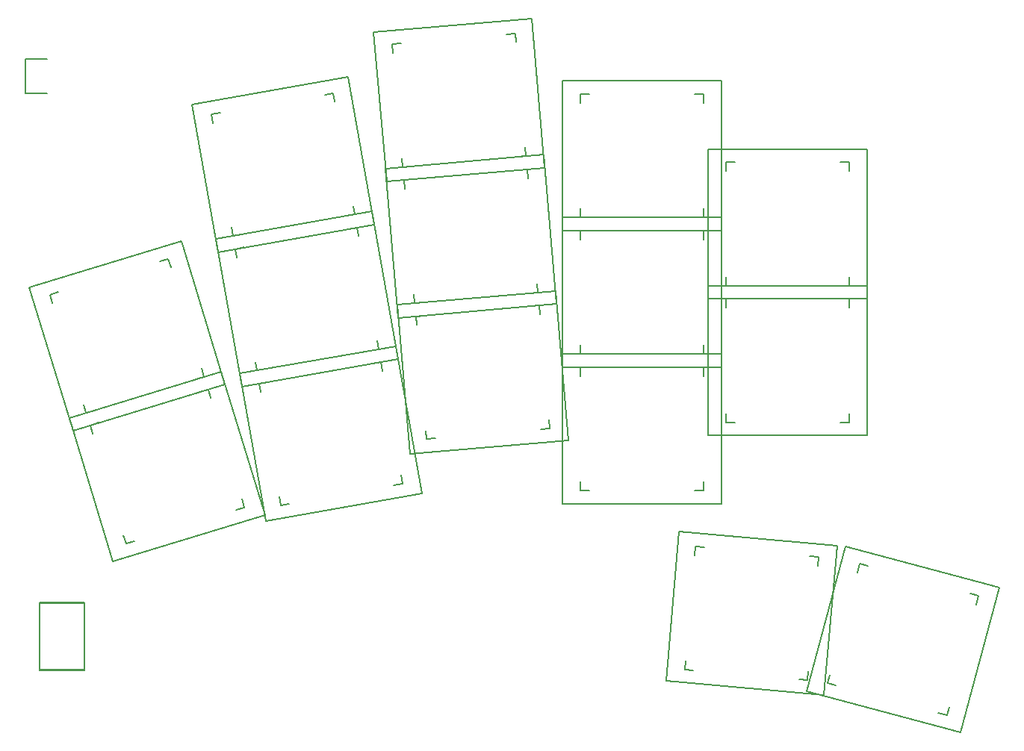
<source format=gbr>
%TF.GenerationSoftware,KiCad,Pcbnew,(6.0.4-0)*%
%TF.CreationDate,2022-06-15T11:08:27+02:00*%
%TF.ProjectId,battoota_min,62617474-6f6f-4746-915f-6d696e2e6b69,v1.0.0*%
%TF.SameCoordinates,Original*%
%TF.FileFunction,OtherDrawing,Comment*%
%FSLAX46Y46*%
G04 Gerber Fmt 4.6, Leading zero omitted, Abs format (unit mm)*
G04 Created by KiCad (PCBNEW (6.0.4-0)) date 2022-06-15 11:08:27*
%MOMM*%
%LPD*%
G01*
G04 APERTURE LIST*
%ADD10C,0.150000*%
G04 APERTURE END LIST*
D10*
%TO.C,T2*%
X191171762Y-62115501D02*
X193671762Y-62115501D01*
X191171762Y-66015501D02*
X191171762Y-62115501D01*
X193671762Y-66015501D02*
X191171762Y-66015501D01*
%TO.C,T1*%
X191171762Y-62115501D02*
X193671762Y-62115501D01*
X193671762Y-66015501D02*
X191171762Y-66015501D01*
X191171762Y-66015501D02*
X191171762Y-62115501D01*
%TO.C,S15*%
X297198293Y-138508911D02*
X279811628Y-133850169D01*
X282131708Y-132918917D02*
X282390527Y-131952992D01*
X282131709Y-132918919D02*
X282390527Y-131952992D01*
X294688744Y-136283565D02*
X295654669Y-136542384D01*
X299278135Y-123019422D02*
X299019317Y-123985349D01*
X279811628Y-133850168D02*
X284211551Y-117429429D01*
X301598216Y-122088172D02*
X297198293Y-138508911D01*
X284211551Y-117429429D02*
X301598216Y-122088172D01*
X294688744Y-136283565D02*
X295654669Y-136542384D01*
X285496355Y-120361882D02*
X285755175Y-119395956D01*
X299278136Y-123019423D02*
X298312210Y-122760603D01*
X301598215Y-122088172D02*
X297198293Y-138508911D01*
X282131708Y-132918917D02*
X283097634Y-133177737D01*
X299278136Y-123019423D02*
X299019317Y-123985348D01*
X295913488Y-135576459D02*
X295654669Y-136542384D01*
X295913489Y-135576458D02*
X295654669Y-136542384D01*
X286721100Y-119654775D02*
X285755175Y-119395956D01*
X284211551Y-117429430D02*
X301598215Y-122088172D01*
X299278135Y-123019422D02*
X298312210Y-122760604D01*
X286721100Y-119654777D02*
X285755174Y-119395957D01*
X285496355Y-120361883D02*
X285755174Y-119395957D01*
X297198293Y-138508911D02*
X279811628Y-133850168D01*
X279811628Y-133850169D02*
X284211551Y-117429430D01*
X282131709Y-132918919D02*
X283097633Y-133177737D01*
%TO.C,S3*%
X218433613Y-114553830D02*
X215481593Y-97812099D01*
X215481593Y-97812098D02*
X233208132Y-94686431D01*
X231498988Y-96510939D02*
X230514181Y-96684588D01*
X220142755Y-112729322D02*
X221127563Y-112555673D01*
X233208131Y-94686431D02*
X236160151Y-111428162D01*
X232945256Y-110471895D02*
X233930064Y-110298247D01*
X232945256Y-110471895D02*
X233930064Y-110298247D01*
X218696489Y-98768367D02*
X217711681Y-98942014D01*
X217885329Y-99926821D02*
X217711680Y-98942013D01*
X233756415Y-109313439D02*
X233930064Y-110298247D01*
X236160151Y-111428162D02*
X218433613Y-114553830D01*
X233208132Y-94686431D02*
X236160151Y-111428162D01*
X215481593Y-97812099D02*
X233208131Y-94686431D01*
X231498989Y-96510938D02*
X230514181Y-96684587D01*
X218696488Y-98768365D02*
X217711680Y-98942013D01*
X231498988Y-96510939D02*
X231672637Y-97495747D01*
X218433612Y-114553829D02*
X215481593Y-97812098D01*
X220142756Y-112729322D02*
X221127563Y-112555674D01*
X233756416Y-109313440D02*
X233930064Y-110298247D01*
X220142756Y-112729322D02*
X219969107Y-111744514D01*
X220142755Y-112729322D02*
X219969107Y-111744514D01*
X217885329Y-99926822D02*
X217711681Y-98942014D01*
X231498989Y-96510938D02*
X231672637Y-97495746D01*
X236160151Y-111428162D02*
X218433612Y-114553829D01*
%TO.C,S14*%
X281755903Y-134242121D02*
X263824399Y-132673317D01*
X265306047Y-115738007D02*
X283237551Y-117306811D01*
X265947523Y-131353338D02*
X266943717Y-131440493D01*
X267080547Y-118402806D02*
X267167702Y-117406611D01*
X263824399Y-132673317D02*
X265306047Y-115738007D01*
X283237551Y-117306811D02*
X281755903Y-134242121D01*
X265306046Y-115738008D02*
X283237550Y-117306811D01*
X281114428Y-118626791D02*
X281027272Y-119622986D01*
X278898053Y-132486361D02*
X279894248Y-132573517D01*
X265947523Y-131353338D02*
X266034678Y-130357142D01*
X268163897Y-117493769D02*
X267167702Y-117406612D01*
X278898053Y-132486361D02*
X279894248Y-132573517D01*
X283237550Y-117306811D02*
X281755903Y-134242121D01*
X268163897Y-117493767D02*
X267167702Y-117406611D01*
X281114428Y-118626791D02*
X280118233Y-118539636D01*
X279981403Y-131577322D02*
X279894248Y-132573517D01*
X281114427Y-118626791D02*
X280118233Y-118539637D01*
X265947522Y-131353337D02*
X266034678Y-130357142D01*
X267080546Y-118402807D02*
X267167702Y-117406612D01*
X281755903Y-134242121D02*
X263824400Y-132673318D01*
X281114427Y-118626791D02*
X281027272Y-119622987D01*
X265947522Y-131353337D02*
X266943717Y-131440492D01*
X263824400Y-132673318D02*
X265306046Y-115738008D01*
X279981403Y-131577323D02*
X279894248Y-132573517D01*
%TO.C,S1*%
X213397775Y-97579936D02*
X218368094Y-113837117D01*
X211923722Y-99599137D02*
X212216095Y-100555442D01*
X211923723Y-99599137D02*
X210967419Y-99891508D01*
X211923723Y-99599137D02*
X212216095Y-100555442D01*
X218368094Y-113837117D02*
X201154610Y-119099808D01*
X215724556Y-112031100D02*
X216016927Y-112987403D01*
X211923722Y-99599137D02*
X210967419Y-99891509D01*
X199491762Y-103399971D02*
X198535457Y-103692342D01*
X215060622Y-113279775D02*
X216016927Y-112987403D01*
X202628662Y-117080608D02*
X203584966Y-116788236D01*
X199491762Y-103399969D02*
X198535457Y-103692341D01*
X201154610Y-119099808D02*
X196184290Y-102842628D01*
X213397774Y-97579937D02*
X218368094Y-113837117D01*
X215060622Y-113279775D02*
X216016927Y-112987403D01*
X202628661Y-117080607D02*
X203584965Y-116788236D01*
X198827829Y-104648646D02*
X198535457Y-103692342D01*
X215724556Y-112031099D02*
X216016927Y-112987403D01*
X198827828Y-104648645D02*
X198535457Y-103692341D01*
X196184290Y-102842628D02*
X213397774Y-97579937D01*
X196184290Y-102842627D02*
X213397775Y-97579936D01*
X202628662Y-117080608D02*
X202336289Y-116124302D01*
X218368094Y-113837117D02*
X201154609Y-119099808D01*
X202628661Y-117080607D02*
X202336289Y-116124302D01*
X201154609Y-119099808D02*
X196184290Y-102842627D01*
%TO.C,S6*%
X233367485Y-89990809D02*
X251298989Y-88422005D01*
X249661319Y-104124490D02*
X250657514Y-104037335D01*
X234849134Y-106926120D02*
X233367485Y-89990810D01*
X236710789Y-105257516D02*
X236623633Y-104261320D01*
X251298988Y-88422005D02*
X252780637Y-105357315D01*
X250570358Y-103041140D02*
X250657514Y-104037335D01*
X251298989Y-88422005D02*
X252780637Y-105357315D01*
X250570358Y-103041141D02*
X250657514Y-104037335D01*
X249437333Y-90090609D02*
X249524490Y-91086805D01*
X249437334Y-90090609D02*
X249524489Y-91086804D01*
X234849133Y-106926119D02*
X233367485Y-89990809D01*
X249437334Y-90090609D02*
X248441139Y-90177765D01*
X249437333Y-90090609D02*
X248441139Y-90177766D01*
X252780637Y-105357315D02*
X234849134Y-106926120D01*
X236710788Y-105257515D02*
X237706983Y-105170359D01*
X233367485Y-89990810D02*
X251298988Y-88422005D01*
X236710788Y-105257515D02*
X236623633Y-104261320D01*
X252780637Y-105357315D02*
X234849133Y-106926119D01*
X236710789Y-105257516D02*
X237706983Y-105170360D01*
X236486803Y-91223636D02*
X235490608Y-91310790D01*
X235577764Y-92306985D02*
X235490608Y-91310790D01*
X235577764Y-92306984D02*
X235490608Y-91310789D01*
X249661319Y-104124490D02*
X250657514Y-104037335D01*
X236486803Y-91223634D02*
X235490608Y-91310789D01*
%TO.C,S5*%
X213050519Y-84024789D02*
X210098500Y-67283058D01*
X213050520Y-84024790D02*
X210098500Y-67283059D01*
X226115896Y-65981898D02*
X225131088Y-66155547D01*
X228373322Y-78784399D02*
X228546971Y-79769207D01*
X210098500Y-67283058D02*
X227825039Y-64157391D01*
X226115895Y-65981899D02*
X226289544Y-66966707D01*
X227562163Y-79942855D02*
X228546971Y-79769207D01*
X214759662Y-82200282D02*
X214586014Y-81215474D01*
X226115896Y-65981898D02*
X226289544Y-66966706D01*
X213313395Y-68239325D02*
X212328587Y-68412973D01*
X214759662Y-82200282D02*
X215744470Y-82026633D01*
X226115895Y-65981899D02*
X225131088Y-66155548D01*
X227562163Y-79942855D02*
X228546971Y-79769207D01*
X214759663Y-82200282D02*
X214586014Y-81215474D01*
X227825038Y-64157391D02*
X230777058Y-80899122D01*
X210098500Y-67283059D02*
X227825038Y-64157391D01*
X213313396Y-68239327D02*
X212328588Y-68412974D01*
X227825039Y-64157391D02*
X230777058Y-80899122D01*
X214759663Y-82200282D02*
X215744470Y-82026634D01*
X230777058Y-80899122D02*
X213050519Y-84024789D01*
X212502236Y-69397782D02*
X212328588Y-68412974D01*
X212502236Y-69397781D02*
X212328587Y-68412973D01*
X228373323Y-78784400D02*
X228546971Y-79769207D01*
X230777058Y-80899122D02*
X213050520Y-84024790D01*
%TO.C,S13*%
X286611999Y-72332000D02*
X286612000Y-89332000D01*
X271612000Y-73832000D02*
X270612000Y-73832000D01*
X284612000Y-86832001D02*
X284612000Y-87832000D01*
X284612000Y-73832000D02*
X284612000Y-74832000D01*
X270612001Y-87832001D02*
X270612000Y-86832000D01*
X284611999Y-73832000D02*
X284612000Y-74832001D01*
X271612000Y-73832002D02*
X270612000Y-73832001D01*
X286612000Y-89332000D02*
X268612001Y-89332001D01*
X270612000Y-74832000D02*
X270612000Y-73832000D01*
X284612000Y-73832000D02*
X283612000Y-73832000D01*
X283612000Y-87832000D02*
X284612000Y-87832000D01*
X284612000Y-86832000D02*
X284612000Y-87832000D01*
X286612000Y-72332000D02*
X286612000Y-89332000D01*
X270612001Y-87832001D02*
X271612000Y-87832001D01*
X270612000Y-74832001D02*
X270612000Y-73832001D01*
X286612000Y-89332000D02*
X268612000Y-89332000D01*
X270612000Y-87832000D02*
X270612000Y-86832000D01*
X268612000Y-72332000D02*
X286612000Y-72332000D01*
X268612000Y-72332001D02*
X286611999Y-72332000D01*
X268612001Y-89332001D02*
X268612000Y-72332001D01*
X284611999Y-73832000D02*
X283612000Y-73832001D01*
X270612000Y-87832000D02*
X271612000Y-87832000D01*
X283612000Y-87832000D02*
X284612000Y-87832000D01*
X268612000Y-89332000D02*
X268612000Y-72332000D01*
%TO.C,S11*%
X268112000Y-66082000D02*
X268112000Y-67082000D01*
X268112000Y-79082001D02*
X268112000Y-80082000D01*
X267112000Y-80082000D02*
X268112000Y-80082000D01*
X268112000Y-66082000D02*
X267112000Y-66082000D01*
X254112000Y-80082000D02*
X255112000Y-80082000D01*
X254112000Y-67082001D02*
X254112000Y-66082001D01*
X254112000Y-67082000D02*
X254112000Y-66082000D01*
X254112000Y-80082000D02*
X254112000Y-79082000D01*
X270112000Y-64582000D02*
X270112000Y-81582000D01*
X254112001Y-80082001D02*
X255112000Y-80082001D01*
X270112000Y-81582000D02*
X252112001Y-81582001D01*
X268111999Y-66082000D02*
X268112000Y-67082001D01*
X267112000Y-80082000D02*
X268112000Y-80082000D01*
X252112000Y-64582000D02*
X270112000Y-64582000D01*
X254112001Y-80082001D02*
X254112000Y-79082000D01*
X255112000Y-66082000D02*
X254112000Y-66082000D01*
X270111999Y-64582000D02*
X270112000Y-81582000D01*
X255112000Y-66082002D02*
X254112000Y-66082001D01*
X268112000Y-79082000D02*
X268112000Y-80082000D01*
X252112001Y-81582001D02*
X252112000Y-64582001D01*
X252112000Y-64582001D02*
X270111999Y-64582000D01*
X270112000Y-81582000D02*
X252112000Y-81582000D01*
X268111999Y-66082000D02*
X267112000Y-66082001D01*
X252112000Y-81582000D02*
X252112000Y-64582000D01*
%TO.C,S12*%
X283612000Y-103332000D02*
X284612000Y-103332000D01*
X268612000Y-87832001D02*
X286611999Y-87832000D01*
X284611999Y-89332000D02*
X283612000Y-89332001D01*
X271612000Y-89332000D02*
X270612000Y-89332000D01*
X284611999Y-89332000D02*
X284612000Y-90332001D01*
X270612000Y-90332001D02*
X270612000Y-89332001D01*
X271612000Y-89332002D02*
X270612000Y-89332001D01*
X286612000Y-104832000D02*
X268612001Y-104832001D01*
X270612000Y-90332000D02*
X270612000Y-89332000D01*
X286612000Y-104832000D02*
X268612000Y-104832000D01*
X284612000Y-102332001D02*
X284612000Y-103332000D01*
X270612000Y-103332000D02*
X270612000Y-102332000D01*
X283612000Y-103332000D02*
X284612000Y-103332000D01*
X284612000Y-102332000D02*
X284612000Y-103332000D01*
X286612000Y-87832000D02*
X286612000Y-104832000D01*
X270612001Y-103332001D02*
X271612000Y-103332001D01*
X284612000Y-89332000D02*
X284612000Y-90332000D01*
X268612000Y-87832000D02*
X286612000Y-87832000D01*
X270612000Y-103332000D02*
X271612000Y-103332000D01*
X284612000Y-89332000D02*
X283612000Y-89332000D01*
X268612001Y-104832001D02*
X268612000Y-87832001D01*
X268612000Y-104832000D02*
X268612000Y-87832000D01*
X286611999Y-87832000D02*
X286612000Y-104832000D01*
X270612001Y-103332001D02*
X270612000Y-102332000D01*
%TO.C,S8*%
X233784974Y-60341598D02*
X232788779Y-60428753D01*
X234008959Y-74375479D02*
X235005154Y-74288323D01*
X230665656Y-59108774D02*
X248597159Y-57539969D01*
X248597159Y-57539969D02*
X250078808Y-74475279D01*
X232875935Y-61424949D02*
X232788779Y-60428754D01*
X246735505Y-59208573D02*
X245739310Y-59295729D01*
X246735504Y-59208573D02*
X246822661Y-60204769D01*
X234008960Y-74375480D02*
X233921804Y-73379284D01*
X234008959Y-74375479D02*
X233921804Y-73379284D01*
X232875935Y-61424948D02*
X232788779Y-60428753D01*
X246959490Y-73242454D02*
X247955685Y-73155299D01*
X232147305Y-76044084D02*
X230665656Y-59108774D01*
X232147304Y-76044083D02*
X230665656Y-59108773D01*
X246959490Y-73242454D02*
X247955685Y-73155299D01*
X250078808Y-74475279D02*
X232147305Y-76044084D01*
X248597160Y-57539969D02*
X250078808Y-74475279D01*
X230665656Y-59108773D02*
X248597160Y-57539969D01*
X247868529Y-72159104D02*
X247955685Y-73155299D01*
X250078808Y-74475279D02*
X232147304Y-76044083D01*
X233784974Y-60341600D02*
X232788779Y-60428754D01*
X246735504Y-59208573D02*
X245739310Y-59295730D01*
X234008960Y-74375480D02*
X235005154Y-74288324D01*
X247868529Y-72159105D02*
X247955685Y-73155299D01*
X246735505Y-59208573D02*
X246822660Y-60204768D01*
%TO.C,S9*%
X270111999Y-95582000D02*
X270112000Y-112582000D01*
X255112000Y-97082002D02*
X254112000Y-97082001D01*
X267112000Y-111082000D02*
X268112000Y-111082000D01*
X270112000Y-112582000D02*
X252112001Y-112582001D01*
X268112000Y-110082000D02*
X268112000Y-111082000D01*
X268112000Y-97082000D02*
X268112000Y-98082000D01*
X254112000Y-98082001D02*
X254112000Y-97082001D01*
X254112001Y-111082001D02*
X254112000Y-110082000D01*
X255112000Y-97082000D02*
X254112000Y-97082000D01*
X267112000Y-111082000D02*
X268112000Y-111082000D01*
X270112000Y-95582000D02*
X270112000Y-112582000D01*
X254112000Y-111082000D02*
X255112000Y-111082000D01*
X268112000Y-97082000D02*
X267112000Y-97082000D01*
X252112000Y-95582000D02*
X270112000Y-95582000D01*
X254112000Y-98082000D02*
X254112000Y-97082000D01*
X268111999Y-97082000D02*
X267112000Y-97082001D01*
X254112001Y-111082001D02*
X255112000Y-111082001D01*
X252112001Y-112582001D02*
X252112000Y-95582001D01*
X270112000Y-112582000D02*
X252112000Y-112582000D01*
X252112000Y-112582000D02*
X252112000Y-95582000D01*
X268111999Y-97082000D02*
X268112000Y-98082001D01*
X268112000Y-110082001D02*
X268112000Y-111082000D01*
X252112000Y-95582001D02*
X270111999Y-95582000D01*
X254112000Y-111082000D02*
X254112000Y-110082000D01*
%TO.C,S10*%
X268112000Y-81582000D02*
X268112000Y-82582000D01*
X254112001Y-95582001D02*
X255112000Y-95582001D01*
X270111999Y-80082000D02*
X270112000Y-97082000D01*
X268111999Y-81582000D02*
X268112000Y-82582001D01*
X254112000Y-95582000D02*
X255112000Y-95582000D01*
X252112000Y-97082000D02*
X252112000Y-80082000D01*
X254112000Y-82582000D02*
X254112000Y-81582000D01*
X270112000Y-80082000D02*
X270112000Y-97082000D01*
X252112000Y-80082001D02*
X270111999Y-80082000D01*
X268112000Y-81582000D02*
X267112000Y-81582000D01*
X252112000Y-80082000D02*
X270112000Y-80082000D01*
X252112001Y-97082001D02*
X252112000Y-80082001D01*
X268112000Y-94582001D02*
X268112000Y-95582000D01*
X270112000Y-97082000D02*
X252112000Y-97082000D01*
X254112001Y-95582001D02*
X254112000Y-94582000D01*
X255112000Y-81582002D02*
X254112000Y-81582001D01*
X270112000Y-97082000D02*
X252112001Y-97082001D01*
X267112000Y-95582000D02*
X268112000Y-95582000D01*
X267112000Y-95582000D02*
X268112000Y-95582000D01*
X268112000Y-94582000D02*
X268112000Y-95582000D01*
X254112000Y-82582001D02*
X254112000Y-81582001D01*
X268111999Y-81582000D02*
X267112000Y-81582001D01*
X254112000Y-95582000D02*
X254112000Y-94582000D01*
X255112000Y-81582000D02*
X254112000Y-81582000D01*
%TO.C,S2*%
X198096900Y-102257883D02*
X199053204Y-101965512D01*
X211192795Y-97208376D02*
X211485166Y-98164679D01*
X198096900Y-102257883D02*
X197804528Y-101301578D01*
X194296068Y-89825922D02*
X194003696Y-88869618D01*
X196622849Y-104277084D02*
X191652529Y-88019904D01*
X210528861Y-98457051D02*
X211485166Y-98164679D01*
X207391961Y-84776413D02*
X207684334Y-85732718D01*
X191652529Y-88019904D02*
X208866013Y-82757213D01*
X213836333Y-99014393D02*
X196622848Y-104277084D01*
X191652529Y-88019903D02*
X208866014Y-82757212D01*
X213836333Y-99014393D02*
X196622849Y-104277084D01*
X210528861Y-98457051D02*
X211485166Y-98164679D01*
X211192795Y-97208375D02*
X211485166Y-98164679D01*
X194960001Y-88577247D02*
X194003696Y-88869618D01*
X207391962Y-84776413D02*
X206435658Y-85068784D01*
X194960001Y-88577245D02*
X194003696Y-88869617D01*
X194296067Y-89825921D02*
X194003696Y-88869617D01*
X208866014Y-82757212D02*
X213836333Y-99014393D01*
X207391962Y-84776413D02*
X207684334Y-85732718D01*
X198096901Y-102257884D02*
X197804528Y-101301578D01*
X198096901Y-102257884D02*
X199053205Y-101965512D01*
X207391961Y-84776413D02*
X206435658Y-85068785D01*
X208866013Y-82757213D02*
X213836333Y-99014393D01*
X196622848Y-104277084D02*
X191652529Y-88019903D01*
%TO.C,S4*%
X212790046Y-82547579D02*
X230516584Y-79421911D01*
X230516584Y-79421911D02*
X233468604Y-96163642D01*
X228807441Y-81246419D02*
X227822634Y-81420068D01*
X230253709Y-95207375D02*
X231238517Y-95033727D01*
X217451208Y-97464802D02*
X217277560Y-96479994D01*
X233468604Y-96163642D02*
X215742066Y-99289310D01*
X228807442Y-81246418D02*
X227822634Y-81420067D01*
X228807442Y-81246418D02*
X228981090Y-82231226D01*
X215193782Y-84662301D02*
X215020133Y-83677493D01*
X215742065Y-99289309D02*
X212790046Y-82547578D01*
X215193782Y-84662302D02*
X215020134Y-83677494D01*
X216004942Y-83503847D02*
X215020134Y-83677494D01*
X212790046Y-82547578D02*
X230516585Y-79421911D01*
X228807441Y-81246419D02*
X228981090Y-82231227D01*
X217451209Y-97464802D02*
X217277560Y-96479994D01*
X215742066Y-99289310D02*
X212790046Y-82547579D01*
X230516585Y-79421911D02*
X233468604Y-96163642D01*
X217451209Y-97464802D02*
X218436016Y-97291154D01*
X217451208Y-97464802D02*
X218436016Y-97291153D01*
X231064869Y-94048920D02*
X231238517Y-95033727D01*
X233468604Y-96163642D02*
X215742065Y-99289309D01*
X230253709Y-95207375D02*
X231238517Y-95033727D01*
X231064868Y-94048919D02*
X231238517Y-95033727D01*
X216004941Y-83503845D02*
X215020133Y-83677493D01*
%TO.C,S7*%
X249948074Y-72980987D02*
X251429723Y-89916297D01*
X248310405Y-88683472D02*
X249306600Y-88596317D01*
X233498219Y-91485101D02*
X232016571Y-74549791D01*
X248086420Y-74649591D02*
X247090225Y-74736747D01*
X251429723Y-89916297D02*
X233498219Y-91485101D01*
X235359875Y-89816498D02*
X235272719Y-88820302D01*
X234226850Y-76865967D02*
X234139694Y-75869772D01*
X251429723Y-89916297D02*
X233498220Y-91485102D01*
X248310405Y-88683472D02*
X249306600Y-88596317D01*
X235135889Y-75782616D02*
X234139694Y-75869771D01*
X248086419Y-74649591D02*
X247090225Y-74736748D01*
X249219444Y-87600122D02*
X249306600Y-88596317D01*
X235135889Y-75782618D02*
X234139694Y-75869772D01*
X233498220Y-91485102D02*
X232016571Y-74549792D01*
X249948075Y-72980987D02*
X251429723Y-89916297D01*
X248086419Y-74649591D02*
X248173576Y-75645787D01*
X248086420Y-74649591D02*
X248173575Y-75645786D01*
X235359875Y-89816498D02*
X236356069Y-89729342D01*
X232016571Y-74549792D02*
X249948074Y-72980987D01*
X249219444Y-87600123D02*
X249306600Y-88596317D01*
X232016571Y-74549791D02*
X249948075Y-72980987D01*
X234226850Y-76865966D02*
X234139694Y-75869771D01*
X235359874Y-89816497D02*
X235272719Y-88820302D01*
X235359874Y-89816497D02*
X236356069Y-89729341D01*
%TO.C,MCU1*%
X192786000Y-131406477D02*
X197866000Y-131406477D01*
X197866000Y-131445000D02*
X197866000Y-123825000D01*
X192786000Y-123825000D02*
X192786000Y-131445000D01*
X197866000Y-123786477D02*
X192786000Y-123786477D01*
X197866000Y-131406477D02*
X197866000Y-123786477D01*
X197866000Y-123825000D02*
X192786000Y-123825000D01*
X192786000Y-131445000D02*
X197866000Y-131445000D01*
%TD*%
M02*

</source>
